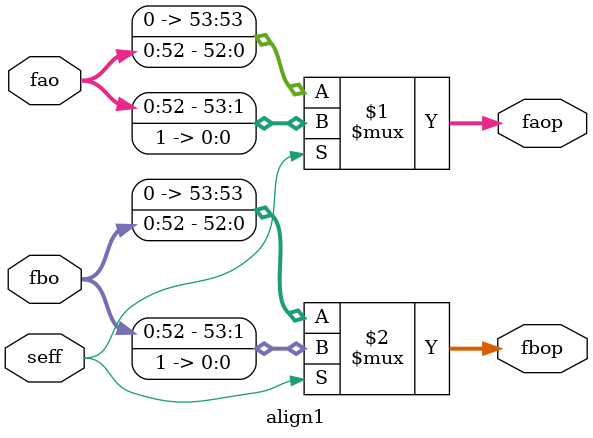
<source format=v>


module	align1 
	(
	// inputs:

	fao,	// ones complement of fa (conditional)
	fbo,	// ones complement of fb (conditional)
	seff,	// efective sub

	// outputs:

	faop,
	fbop
       );

input	[0:52]	fao;	// [0:52]     
input	[0:52]	fbo;	// [0:52]
input      	seff;
output	[-1:52]	faop;	// [-1:52]
output	[0:53]	fbop;	// [0:53]


wire [-1:52] faop ;
wire [0:53]  fbop ;

assign faop = seff ? {fao, 1'b1} : {1'b0, fao};
assign fbop = seff ? {fbo, 1'b1} : {1'b0, fbo};

endmodule 





</source>
